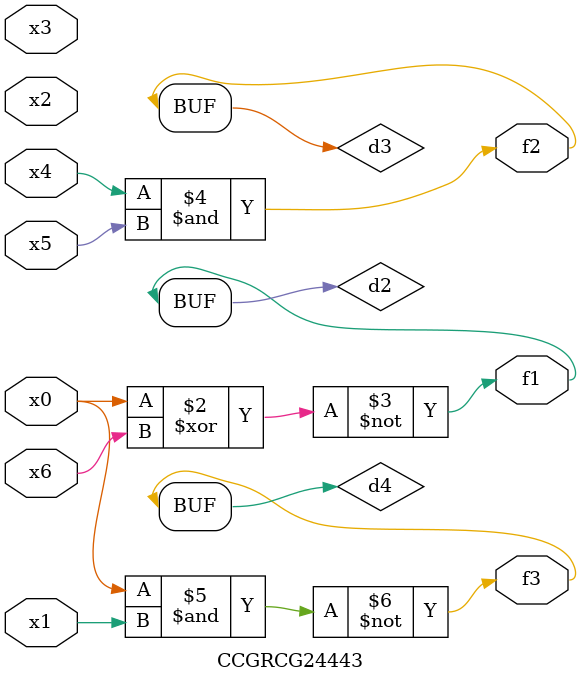
<source format=v>
module CCGRCG24443(
	input x0, x1, x2, x3, x4, x5, x6,
	output f1, f2, f3
);

	wire d1, d2, d3, d4;

	nor (d1, x0);
	xnor (d2, x0, x6);
	and (d3, x4, x5);
	nand (d4, x0, x1);
	assign f1 = d2;
	assign f2 = d3;
	assign f3 = d4;
endmodule

</source>
